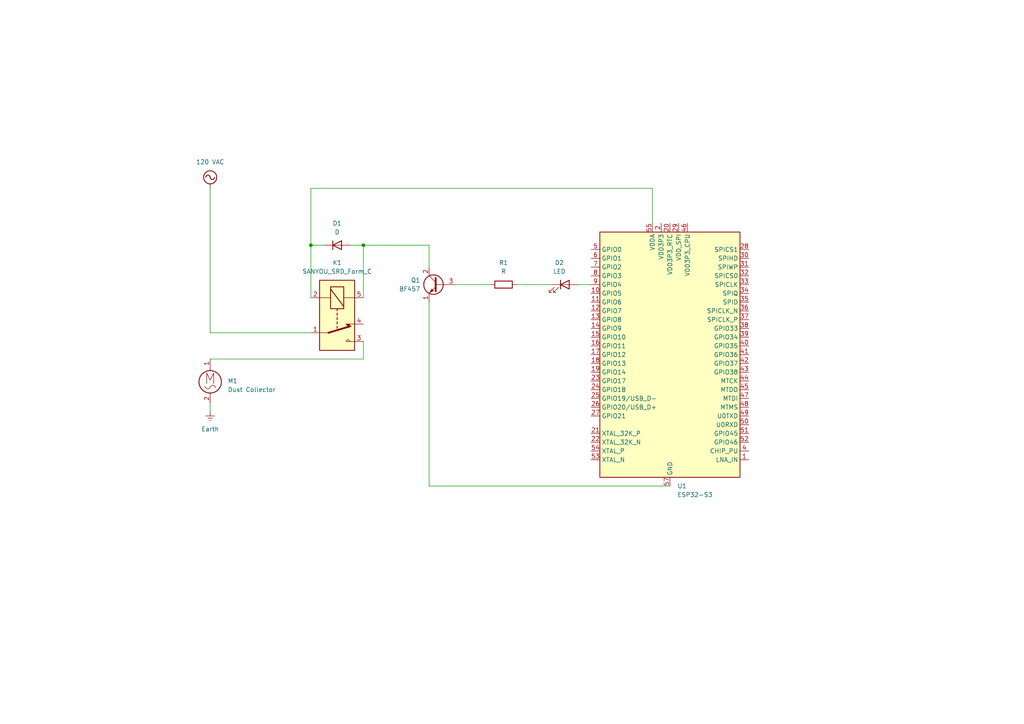
<source format=kicad_sch>
(kicad_sch (version 20250114) (generator "eeschema") (generator_version "9.0")
  (paper "A4")
  (title_block (title "Base Station") (date "2025-03-05") (rev "1"))
  (lib_symbols
    (symbol "Device:D" (pin_numbers (hide yes)) (pin_names (offset 1.016) (hide yes))
      (property "Reference" "D" (at 0 2.54 0))
      (property "Value" "D" (at 0 -2.54 0))
      (symbol "D_0_1"
        (polyline (pts (xy -1.27 1.27) (xy -1.27 -1.27)) (stroke (width 0.254)))
        (polyline (pts (xy 1.27 1.27) (xy 1.27 -1.27) (xy -1.27 0) (xy 1.27 1.27)) (stroke (width 0.254)))
        (polyline (pts (xy 1.27 0) (xy -1.27 0)))
      )
      (symbol "D_1_1"
        (pin passive line (at -3.81 0 0) (length 2.54) (name "K") (number "1"))
        (pin passive line (at 3.81 0 180) (length 2.54) (name "A") (number "2"))
      )
    )
    (symbol "Device:LED" (pin_numbers (hide yes)) (pin_names (offset 1.016) (hide yes))
      (property "Reference" "D" (at 0 2.54 0))
      (property "Value" "LED" (at 0 -2.54 0))
      (symbol "LED_0_1"
        (polyline (pts (xy -3.048 -0.762) (xy -4.572 -2.286) (xy -3.81 -2.286) (xy -4.572 -2.286) (xy -4.572 -1.524)))
        (polyline (pts (xy -1.778 -0.762) (xy -3.302 -2.286) (xy -2.54 -2.286) (xy -3.302 -2.286) (xy -3.302 -1.524)))
        (polyline (pts (xy -1.27 0) (xy 1.27 0)))
        (polyline (pts (xy -1.27 -1.27) (xy -1.27 1.27)) (stroke (width 0.254)))
        (polyline (pts (xy 1.27 -1.27) (xy 1.27 1.27) (xy -1.27 0) (xy 1.27 -1.27)) (stroke (width 0.254)))
      )
      (symbol "LED_1_1"
        (pin passive line (at -3.81 0 0) (length 2.54) (name "K") (number "1"))
        (pin passive line (at 3.81 0 180) (length 2.54) (name "A") (number "2"))
      )
    )
    (symbol "Device:R" (pin_numbers (hide yes)) (pin_names (offset 0))
      (property "Reference" "R" (at 2.032 0 90))
      (property "Value" "R" (at 0 0 90))
      (symbol "R_0_1"
        (rectangle (start -1.016 -2.54) (end 1.016 2.54) (stroke (width 0.254)))
      )
      (symbol "R_1_1"
        (pin passive line (at 0 3.81 270) (length 1.27) (name "~") (number "1"))
        (pin passive line (at 0 -3.81 90) (length 1.27) (name "~") (number "2"))
      )
    )
    (symbol "MCU_Espressif:ESP32-S3"
      (property "Reference" "U" (at 10.16 -38.1 0))
      (property "Value" "ESP32-S3" (at 13.97 -40.64 0))
      (symbol "ESP32-S3_0_1"
        (rectangle (start -20.32 35.56) (end 20.32 -35.56) (stroke (width 0.254)) (fill (type background)))
      )
      (symbol "ESP32-S3_1_0"
        (pin passive line (at -5.08 38.1 270) (length 2.54) (hide yes) (name "VDDA") (number "56"))
        (pin bidirectional line (at 22.86 12.7 180) (length 2.54) (name "SPICLK_N") (number "36"))
        (pin bidirectional line (at 22.86 -10.16 180) (length 2.54) (name "MTDO") (number "45"))
        (pin bidirectional line (at 22.86 -22.86 180) (length 2.54) (name "GPIO45") (number "51"))
      )
      (symbol "ESP32-S3_1_1"
        (pin bidirectional line (at -22.86 30.48 0) (length 2.54) (name "GPIO0") (number "5"))
        (pin bidirectional line (at -22.86 27.94 0) (length 2.54) (name "GPIO1") (number "6"))
        (pin bidirectional line (at -22.86 25.4 0) (length 2.54) (name "GPIO2") (number "7"))
        (pin bidirectional line (at -22.86 22.86 0) (length 2.54) (name "GPIO3") (number "8"))
        (pin bidirectional line (at -22.86 20.32 0) (length 2.54) (name "GPIO4") (number "9"))
        (pin bidirectional line (at -22.86 17.78 0) (length 2.54) (name "GPIO5") (number "10"))
        (pin bidirectional line (at -22.86 15.24 0) (length 2.54) (name "GPIO6") (number "11"))
        (pin bidirectional line (at -22.86 12.7 0) (length 2.54) (name "GPIO7") (number "12"))
        (pin bidirectional line (at -22.86 10.16 0) (length 2.54) (name "GPIO8") (number "13"))
        (pin bidirectional line (at -22.86 7.62 0) (length 2.54) (name "GPIO9") (number "14"))
        (pin bidirectional line (at -22.86 5.08 0) (length 2.54) (name "GPIO10") (number "15"))
        (pin bidirectional line (at -22.86 2.54 0) (length 2.54) (name "GPIO11") (number "16"))
        (pin bidirectional line (at -22.86 0 0) (length 2.54) (name "GPIO12") (number "17"))
        (pin bidirectional line (at -22.86 -2.54 0) (length 2.54) (name "GPIO13") (number "18"))
        (pin bidirectional line (at -22.86 -5.08 0) (length 2.54) (name "GPIO14") (number "19"))
        (pin bidirectional line (at -22.86 -7.62 0) (length 2.54) (name "GPIO17") (number "23"))
        (pin bidirectional line (at -22.86 -10.16 0) (length 2.54) (name "GPIO18") (number "24"))
        (pin bidirectional line (at -22.86 -12.7 0) (length 2.54) (name "GPIO19/USB_D-") (number "25"))
        (pin bidirectional line (at -22.86 -15.24 0) (length 2.54) (name "GPIO20/USB_D+") (number "26"))
        (pin bidirectional line (at -22.86 -17.78 0) (length 2.54) (name "GPIO21") (number "27"))
        (pin passive line (at -22.86 -22.86 0) (length 2.54) (name "XTAL_32K_P") (number "21"))
        (pin passive line (at -22.86 -25.4 0) (length 2.54) (name "XTAL_32K_N") (number "22"))
        (pin input line (at -22.86 -27.94 0) (length 2.54) (name "XTAL_P") (number "54"))
        (pin output line (at -22.86 -30.48 0) (length 2.54) (name "XTAL_N") (number "53"))
        (pin power_in line (at -5.08 38.1 270) (length 2.54) (name "VDDA") (number "55"))
        (pin power_in line (at -2.54 38.1 270) (length 2.54) (name "VDD3P3") (number "2"))
        (pin passive line (at -2.54 38.1 270) (length 2.54) (hide yes) (name "VDD3P3") (number "3"))
        (pin power_in line (at 0 38.1 270) (length 2.54) (name "VDD3P3_RTC") (number "20"))
        (pin power_in line (at 0 -38.1 90) (length 2.54) (name "GND") (number "57"))
        (pin power_in line (at 2.54 38.1 270) (length 2.54) (name "VDD_SPI") (number "29"))
        (pin power_in line (at 5.08 38.1 270) (length 2.54) (name "VDD3P3_CPU") (number "46"))
        (pin bidirectional line (at 22.86 30.48 180) (length 2.54) (name "SPICS1") (number "28"))
        (pin bidirectional line (at 22.86 27.94 180) (length 2.54) (name "SPIHD") (number "30"))
        (pin bidirectional line (at 22.86 25.4 180) (length 2.54) (name "SPIWP") (number "31"))
        (pin bidirectional line (at 22.86 22.86 180) (length 2.54) (name "SPICS0") (number "32"))
        (pin bidirectional line (at 22.86 20.32 180) (length 2.54) (name "SPICLK") (number "33"))
        (pin bidirectional line (at 22.86 17.78 180) (length 2.54) (name "SPIQ") (number "34"))
        (pin bidirectional line (at 22.86 15.24 180) (length 2.54) (name "SPID") (number "35"))
        (pin bidirectional line (at 22.86 10.16 180) (length 2.54) (name "SPICLK_P") (number "37"))
        (pin bidirectional line (at 22.86 7.62 180) (length 2.54) (name "GPIO33") (number "38"))
        (pin bidirectional line (at 22.86 5.08 180) (length 2.54) (name "GPIO34") (number "39"))
        (pin bidirectional line (at 22.86 2.54 180) (length 2.54) (name "GPIO35") (number "40"))
        (pin bidirectional line (at 22.86 0 180) (length 2.54) (name "GPIO36") (number "41"))
        (pin bidirectional line (at 22.86 -2.54 180) (length 2.54) (name "GPIO37") (number "42"))
        (pin bidirectional line (at 22.86 -5.08 180) (length 2.54) (name "GPIO38") (number "43"))
        (pin bidirectional line (at 22.86 -7.62 180) (length 2.54) (name "MTCK") (number "44"))
        (pin bidirectional line (at 22.86 -12.7 180) (length 2.54) (name "MTDI") (number "47"))
        (pin bidirectional line (at 22.86 -15.24 180) (length 2.54) (name "MTMS") (number "48"))
        (pin bidirectional line (at 22.86 -17.78 180) (length 2.54) (name "U0TXD") (number "49"))
        (pin bidirectional line (at 22.86 -20.32 180) (length 2.54) (name "U0RXD") (number "50"))
        (pin bidirectional line (at 22.86 -25.4 180) (length 2.54) (name "GPIO46") (number "52"))
        (pin input line (at 22.86 -27.94 180) (length 2.54) (name "CHIP_PU") (number "4"))
        (pin bidirectional line (at 22.86 -30.48 180) (length 2.54) (name "LNA_IN") (number "1"))
      )
    )
    (symbol "Motor:Motor_AC" (pin_names (offset 0))
      (property "Reference" "M" (at 2.54 2.54 0))
      (property "Value" "Motor_AC" (at 2.54 -5.08 0))
      (symbol "Motor_AC_0_0"
        (polyline (pts (xy -1.016 -2.032) (xy -1.016 1.016) (xy 0 -1.016) (xy 1.016 1.016) (xy 1.016 -2.032)))
        (arc (start 0 -3.048) (mid -0.8622 -3.5222) (end -1.524 -2.794))
        (arc (start 0 -3.048) (mid 0.8657 -2.5527) (end 1.524 -3.302))
      )
      (symbol "Motor_AC_0_1"
        (polyline (pts (xy 0 2.032) (xy 0 2.54)))
        (polyline (pts (xy 0 1.7272) (xy 0 2.0828)))
        (circle (center 0 -1.524) (radius 3.2512) (stroke (width 0.254)))
        (polyline (pts (xy 0 -4.7752) (xy 0 -5.1816)))
        (polyline (pts (xy 0 -7.62) (xy 0 -7.112)))
      )
      (symbol "Motor_AC_1_1"
        (pin passive line (at 0 5.08 270) (length 2.54) (name "~") (number "1"))
        (pin passive line (at 0 -7.62 90) (length 2.54) (name "~") (number "2"))
      )
    )
    (symbol "Relay:SANYOU_SRD_Form_C"
      (property "Reference" "K" (at 11.43 3.81 0))
      (property "Value" "SANYOU_SRD_Form_C" (at 11.43 1.27 0))
      (symbol "SANYOU_SRD_Form_C_0_0"
        (polyline (pts (xy 7.62 5.08) (xy 7.62 2.54) (xy 6.985 3.175) (xy 7.62 3.81)))
      )
      (symbol "SANYOU_SRD_Form_C_0_1"
        (rectangle (start -10.16 5.08) (end 10.16 -5.08) (stroke (width 0.254)) (fill (type background)))
        (rectangle (start -8.255 1.905) (end -1.905 -1.905) (stroke (width 0.254)))
        (polyline (pts (xy -7.62 -1.905) (xy -2.54 1.905)) (stroke (width 0.254)))
        (polyline (pts (xy -5.08 5.08) (xy -5.08 1.905)))
        (polyline (pts (xy -5.08 -5.08) (xy -5.08 -1.905)))
        (polyline (pts (xy -1.905 0) (xy -1.27 0)) (stroke (width 0.254)))
        (polyline (pts (xy -0.635 0) (xy 0 0)) (stroke (width 0.254)))
        (polyline (pts (xy 0.635 0) (xy 1.27 0)) (stroke (width 0.254)))
        (polyline (pts (xy 1.905 0) (xy 2.54 0)) (stroke (width 0.254)))
        (polyline (pts (xy 3.175 0) (xy 3.81 0)) (stroke (width 0.254)))
        (polyline (pts (xy 5.08 -2.54) (xy 3.175 3.81)) (stroke (width 0.508)))
        (polyline (pts (xy 5.08 -2.54) (xy 5.08 -5.08)))
      )
      (symbol "SANYOU_SRD_Form_C_1_1"
        (polyline (pts (xy 2.54 3.81) (xy 3.175 3.175) (xy 2.54 2.54) (xy 2.54 5.08)) (fill (type outline)))
        (pin passive line (at -5.08 7.62 270) (length 2.54) (name "~") (number "5"))
        (pin passive line (at -5.08 -7.62 90) (length 2.54) (name "~") (number "2"))
        (pin passive line (at 2.54 7.62 270) (length 2.54) (name "~") (number "4"))
        (pin passive line (at 5.08 -7.62 90) (length 2.54) (name "~") (number "1"))
        (pin passive line (at 7.62 7.62 270) (length 2.54) (name "~") (number "3"))
      )
    )
    (symbol "Transistor_BJT:BF457" (pin_names (offset 0) (hide yes))
      (property "Reference" "Q" (at 5.08 1.905 0))
      (property "Value" "BF457" (at 5.08 0 0))
      (symbol "BF457_0_1"
        (polyline (pts (xy -2.54 0) (xy 0.635 0)))
        (polyline (pts (xy 0.635 1.905) (xy 0.635 -1.905)) (stroke (width 0.508)))
        (circle (center 1.27 0) (radius 2.8194) (stroke (width 0.254)))
      )
      (symbol "BF457_1_1"
        (polyline (pts (xy 0.635 0.635) (xy 2.54 2.54)))
        (polyline (pts (xy 0.635 -0.635) (xy 2.54 -2.54)))
        (polyline (pts (xy 1.27 -1.778) (xy 1.778 -1.27) (xy 2.286 -2.286) (xy 1.27 -1.778)) (fill (type outline)))
        (pin input line (at -5.08 0 0) (length 2.54) (name "B") (number "3"))
        (pin passive line (at 2.54 5.08 270) (length 2.54) (name "C") (number "2"))
        (pin passive line (at 2.54 -5.08 90) (length 2.54) (name "E") (number "1"))
      )
    )
    (symbol "power:AC" (power) (pin_numbers (hide yes)) (pin_names (offset 0) (hide yes))
      (property "Value" "AC" (at 0 6.35 0))
      (symbol "AC_0_1"
        (arc (start -1.27 3.175) (mid -0.635 3.8073) (end 0 3.175) (stroke (width 0.254)))
        (circle (center 0 3.175) (radius 1.905) (stroke (width 0.254)))
        (polyline (pts (xy 0 0) (xy 0 1.27)))
        (arc (start 1.27 3.175) (mid 0.635 2.5427) (end 0 3.175) (stroke (width 0.254)))
      )
      (symbol "AC_1_1"
        (pin power_in line (at 0 0 90) (length 0) (name "~") (number "1"))
      )
    )
    (symbol "power:Earth" (power) (pin_numbers (hide yes)) (pin_names (offset 0) (hide yes))
      (property "Value" "Earth" (at 0 -3.81 0))
      (symbol "Earth_0_1"
        (polyline (pts (xy -0.635 -1.905) (xy 0.635 -1.905)))
        (polyline (pts (xy -0.127 -2.54) (xy 0.127 -2.54)))
        (polyline (pts (xy 0 -1.27) (xy 0 0)))
        (polyline (pts (xy 1.27 -1.27) (xy -1.27 -1.27)))
      )
      (symbol "Earth_1_1"
        (pin power_in line (at 0 0 270) (length 0) (name "~") (number "1"))
      )
    )
  )
  (junction (at 90.17 71.12))
  (junction (at 105.41 71.12))
  (wire (pts (xy 124.46 87.63) (xy 124.46 140.97)))
  (wire (pts (xy 90.17 71.12) (xy 90.17 54.61)))
  (wire (pts (xy 60.96 96.52) (xy 90.17 96.52)))
  (wire (pts (xy 90.17 54.61) (xy 189.23 54.61)))
  (wire (pts (xy 105.41 71.12) (xy 101.6 71.12)))
  (wire (pts (xy 167.64 82.55) (xy 171.45 82.55)))
  (wire (pts (xy 60.96 116.84) (xy 60.96 119.38)))
  (wire (pts (xy 149.86 82.55) (xy 160.02 82.55)))
  (wire (pts (xy 132.08 82.55) (xy 142.24 82.55)))
  (wire (pts (xy 189.23 54.61) (xy 189.23 64.77)))
  (wire (pts (xy 124.46 77.47) (xy 124.46 71.12)))
  (wire (pts (xy 90.17 71.12) (xy 93.98 71.12)))
  (wire (pts (xy 124.46 71.12) (xy 105.41 71.12)))
  (wire (pts (xy 90.17 86.36) (xy 90.17 71.12)))
  (wire (pts (xy 105.41 104.14) (xy 60.96 104.14)))
  (wire (pts (xy 105.41 99.06) (xy 105.41 104.14)))
  (wire (pts (xy 60.96 54.61) (xy 60.96 96.52)))
  (wire (pts (xy 105.41 71.12) (xy 105.41 86.36)))
  (wire (pts (xy 124.46 140.97) (xy 194.31 140.97)))
  (symbol (lib_id "Device:R") (at 146.05 82.55 90) (unit 1)
    (property "Reference" "R1" (at 146.05 76.2 90))
    (property "Value" "R" (at 146.05 78.74 90))
    (property "Description" "Resistor" (effects (hide yes)))
  )
  (symbol (lib_id "power:Earth") (at 60.96 119.38 0) (unit 1)
    (property "Reference" "#PWR02" (effects (hide yes)))
    (property "Value" "Earth" (at 60.96 124.46 0))
    (property "Description" "Power symbol creates a global label with name \"Earth\"" (effects (hide yes)))
  )
  (symbol (lib_id "Device:LED") (at 163.83 82.55 0) (unit 1)
    (property "Reference" "D2" (at 162.2425 76.2 0))
    (property "Value" "LED" (at 162.2425 78.74 0))
    (property "Description" "Light emitting diode" (effects (hide yes)))
    (property "Sim.Pins" "1=K 2=A" (effects (hide yes)))
  )
  (symbol (lib_id "Device:D") (at 97.79 71.12 0) (unit 1)
    (property "Reference" "D1" (at 97.79 64.77 0))
    (property "Value" "D" (at 97.79 67.31 0))
    (property "Description" "Diode" (effects (hide yes)))
    (property "Sim.Device" "D" (effects (hide yes)))
    (property "Sim.Pins" "1=K 2=A" (effects (hide yes)))
  )
  (symbol (lib_id "Transistor_BJT:BF457") (at 127 82.55 0) (mirror y) (unit 1)
    (property "Reference" "Q1" (at 121.92 81.2799 0) (effects (justify left)))
    (property "Value" "BF457" (at 121.92 83.8199 0) (effects (justify left)))
    (property "Footprint" "Package_TO_SOT_THT:TO-126-3_Vertical" (effects (hide yes)))
    (property "Datasheet" "https://www.pcpaudio.com/pcpfiles/transistores/BF457-8-9.pdf" (effects (hide yes)))
    (property "Description" "0.1A Ic, 160V Vce, High Voltage NPN Transistor, TO-126" (effects (hide yes)))
  )
  (symbol (lib_id "Relay:SANYOU_SRD_Form_C") (at 97.79 91.44 270) (unit 1)
    (property "Reference" "K1" (at 97.79 76.2 90))
    (property "Value" "SANYOU_SRD_Form_C" (at 97.79 78.74 90))
    (property "Footprint" "Relay_THT:Relay_SPDT_SANYOU_SRD_Series_Form_C" (effects (hide yes)))
    (property "Datasheet" "http://www.sanyourelay.ca/public/products/pdf/SRD.pdf" (effects (hide yes)))
    (property "Description" "Sanyo SRD relay, Single Pole Miniature Power Relay," (effects (hide yes)))
  )
  (symbol (lib_id "power:AC") (at 60.96 54.61 0) (unit 1)
    (property "Reference" "#PWR01" (effects (hide yes)))
    (property "Value" "120 VAC" (at 60.96 46.99 0))
    (property "Description" "Power symbol creates a global label with name \"AC\"" (effects (hide yes)))
  )
  (symbol (lib_id "MCU_Espressif:ESP32-S3") (at 194.31 102.87 0) (unit 1)
    (property "Reference" "U1" (at 196.4533 140.97 0) (effects (justify left)))
    (property "Value" "ESP32-S3" (at 196.4533 143.51 0) (effects (justify left)))
    (property "Footprint" "Package_DFN_QFN:QFN-56-1EP_7x7mm_P0.4mm_EP4x4mm" (effects (hide yes)))
    (property "Datasheet" "https://www.espressif.com/sites/default/files/documentation/esp32-s3_datasheet_en.pdf" (effects (hide yes)))
    (property "Description" "Microcontroller, Wi-Fi 802.11b/g/n, Bluetooth, 32bit" (effects (hide yes)))
  )
  (symbol (lib_id "Motor:Motor_AC") (at 60.96 109.22 0) (unit 1)
    (property "Reference" "M1" (at 66.04 110.4899 0) (effects (justify left)))
    (property "Value" "Dust Collector" (at 66.04 113.0299 0) (effects (justify left)))
    (property "Description" "AC Motor" (effects (hide yes)))
  )
)
</source>
